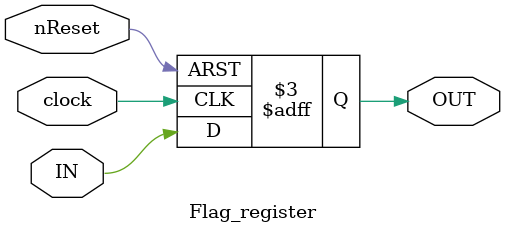
<source format=v>
/* 1bit Flag_register */
module Flag_register(IN, OUT, clock, nReset);

input IN, clock;
input nReset;    // Negative logic
output OUT;

wire IN, clock, nReset;
reg OUT;

always @(posedge clock or negedge nReset) begin
    if(!nReset)
        OUT <= 1'b0;
    else
        OUT <= IN;
end

endmodule
</source>
